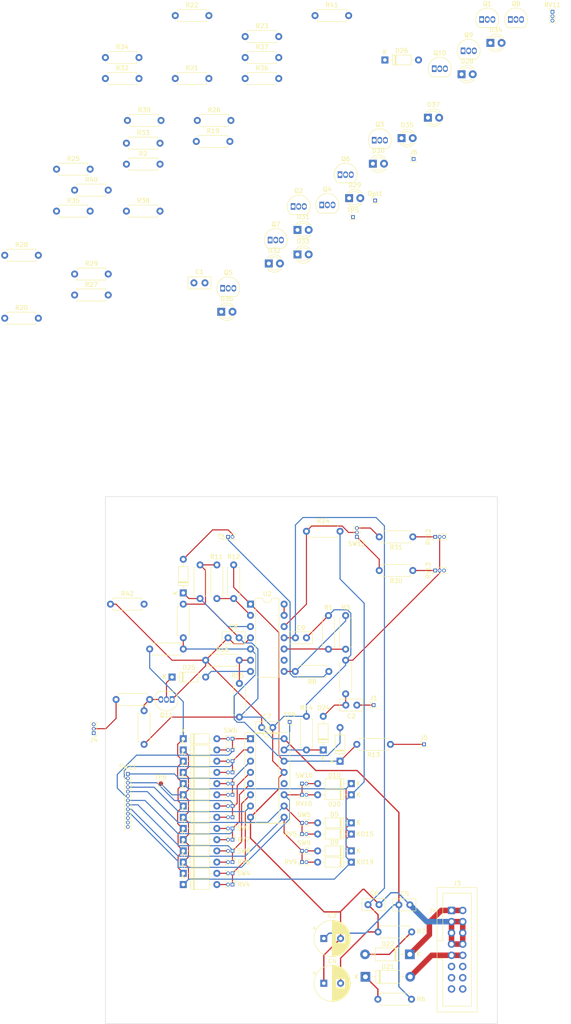
<source format=kicad_pcb>
(kicad_pcb (version 20211014) (generator pcbnew)

  (general
    (thickness 1.6)
  )

  (paper "A4")
  (title_block
    (title "Unseen Servant (Baby 10 Seq)")
  )

  (layers
    (0 "F.Cu" signal)
    (31 "B.Cu" signal)
    (32 "B.Adhes" user "B.Adhesive")
    (33 "F.Adhes" user "F.Adhesive")
    (34 "B.Paste" user)
    (35 "F.Paste" user)
    (36 "B.SilkS" user "B.Silkscreen")
    (37 "F.SilkS" user "F.Silkscreen")
    (38 "B.Mask" user)
    (39 "F.Mask" user)
    (40 "Dwgs.User" user "User.Drawings")
    (41 "Cmts.User" user "User.Comments")
    (42 "Eco1.User" user "User.Eco1")
    (43 "Eco2.User" user "User.Eco2")
    (44 "Edge.Cuts" user)
    (45 "Margin" user)
    (46 "B.CrtYd" user "B.Courtyard")
    (47 "F.CrtYd" user "F.Courtyard")
    (48 "B.Fab" user)
    (49 "F.Fab" user)
    (50 "User.1" user)
    (51 "User.2" user)
    (52 "User.3" user)
    (53 "User.4" user)
    (54 "User.5" user)
    (55 "User.6" user)
    (56 "User.7" user)
    (57 "User.8" user)
    (58 "User.9" user)
  )

  (setup
    (stackup
      (layer "F.SilkS" (type "Top Silk Screen"))
      (layer "F.Paste" (type "Top Solder Paste"))
      (layer "F.Mask" (type "Top Solder Mask") (thickness 0.01))
      (layer "F.Cu" (type "copper") (thickness 0.035))
      (layer "dielectric 1" (type "core") (thickness 1.51) (material "FR4") (epsilon_r 4.5) (loss_tangent 0.02))
      (layer "B.Cu" (type "copper") (thickness 0.035))
      (layer "B.Mask" (type "Bottom Solder Mask") (thickness 0.01))
      (layer "B.Paste" (type "Bottom Solder Paste"))
      (layer "B.SilkS" (type "Bottom Silk Screen"))
      (copper_finish "None")
      (dielectric_constraints no)
    )
    (pad_to_mask_clearance 0)
    (pcbplotparams
      (layerselection 0x00010fc_ffffffff)
      (disableapertmacros false)
      (usegerberextensions false)
      (usegerberattributes true)
      (usegerberadvancedattributes true)
      (creategerberjobfile true)
      (svguseinch false)
      (svgprecision 6)
      (excludeedgelayer true)
      (plotframeref false)
      (viasonmask false)
      (mode 1)
      (useauxorigin false)
      (hpglpennumber 1)
      (hpglpenspeed 20)
      (hpglpendiameter 15.000000)
      (dxfpolygonmode true)
      (dxfimperialunits true)
      (dxfusepcbnewfont true)
      (psnegative false)
      (psa4output false)
      (plotreference true)
      (plotvalue true)
      (plotinvisibletext false)
      (sketchpadsonfab false)
      (subtractmaskfromsilk false)
      (outputformat 1)
      (mirror false)
      (drillshape 1)
      (scaleselection 1)
      (outputdirectory "")
    )
  )

  (net 0 "")
  (net 1 "Net-(TP5-Pad1)")
  (net 2 "GND")
  (net 3 "Net-(C2-Pad1)")
  (net 4 "Net-(C2-Pad2)")
  (net 5 "+12V")
  (net 6 "-12V")
  (net 7 "Net-(D1-Pad1)")
  (net 8 "Net-(D1-Pad2)")
  (net 9 "Net-(D2-Pad2)")
  (net 10 "Net-(D3-Pad2)")
  (net 11 "Net-(D4-Pad2)")
  (net 12 "Net-(D5-Pad2)")
  (net 13 "Net-(D6-Pad2)")
  (net 14 "Net-(D7-Pad2)")
  (net 15 "Net-(D8-Pad2)")
  (net 16 "Net-(D9-Pad2)")
  (net 17 "Net-(D10-Pad2)")
  (net 18 "Net-(D13-Pad2)")
  (net 19 "Net-(D16-Pad2)")
  (net 20 "Net-(D17-Pad2)")
  (net 21 "Net-(D18-Pad2)")
  (net 22 "Net-(D19-Pad2)")
  (net 23 "Net-(D20-Pad2)")
  (net 24 "Net-(D21-Pad1)")
  (net 25 "Net-(D21-Pad2)")
  (net 26 "Net-(D22-Pad1)")
  (net 27 "Net-(D22-Pad2)")
  (net 28 "Net-(U2-Pad3)")
  (net 29 "Net-(D23-Pad2)")
  (net 30 "Net-(TP9-Pad1)")
  (net 31 "Net-(D25-Pad1)")
  (net 32 "Net-(U2-Pad7)")
  (net 33 "Net-(D26-Pad2)")
  (net 34 "Net-(U2-Pad1)")
  (net 35 "Net-(U2-Pad5)")
  (net 36 "Net-(Q1-Pad3)")
  (net 37 "Net-(D28-Pad2)")
  (net 38 "Net-(Q2-Pad3)")
  (net 39 "Net-(D29-Pad2)")
  (net 40 "Net-(Q3-Pad3)")
  (net 41 "Net-(D30-Pad2)")
  (net 42 "Net-(Q4-Pad3)")
  (net 43 "Net-(D31-Pad2)")
  (net 44 "Net-(Q5-Pad3)")
  (net 45 "Net-(D32-Pad2)")
  (net 46 "Net-(Q6-Pad3)")
  (net 47 "Net-(D33-Pad2)")
  (net 48 "Net-(Q7-Pad3)")
  (net 49 "Net-(D34-Pad2)")
  (net 50 "Net-(Q8-Pad3)")
  (net 51 "Net-(D35-Pad2)")
  (net 52 "Net-(Q9-Pad3)")
  (net 53 "Net-(D36-Pad2)")
  (net 54 "Net-(Q10-Pad3)")
  (net 55 "Net-(D37-Pad2)")
  (net 56 "unconnected-(J3-Pad11)")
  (net 57 "unconnected-(J3-Pad12)")
  (net 58 "unconnected-(J3-Pad13)")
  (net 59 "unconnected-(J3-Pad14)")
  (net 60 "unconnected-(J3-Pad15)")
  (net 61 "unconnected-(J3-Pad16)")
  (net 62 "Net-(J4-PadTN)")
  (net 63 "Net-(Q1-Pad2)")
  (net 64 "Net-(Q2-Pad2)")
  (net 65 "Net-(Q3-Pad2)")
  (net 66 "Net-(Q4-Pad2)")
  (net 67 "Net-(Q5-Pad2)")
  (net 68 "Net-(Q6-Pad2)")
  (net 69 "Net-(Q7-Pad2)")
  (net 70 "Net-(Q8-Pad2)")
  (net 71 "Net-(Q9-Pad2)")
  (net 72 "Net-(Q10-Pad2)")
  (net 73 "Net-(Q11-Pad3)")
  (net 74 "Net-(U2-Pad10)")
  (net 75 "Net-(R2-Pad1)")
  (net 76 "Net-(U2-Pad8)")
  (net 77 "Net-(J4-PadT)")
  (net 78 "Net-(J2-PadTN)")
  (net 79 "Net-(U2-Pad2)")
  (net 80 "Net-(J5-PadT)")
  (net 81 "Net-(U2-Pad6)")
  (net 82 "Net-(U2-Pad12)")
  (net 83 "Net-(R30-Pad1)")
  (net 84 "Net-(R30-Pad2)")
  (net 85 "Net-(R31-Pad1)")
  (net 86 "Net-(R31-Pad2)")
  (net 87 "Net-(RV6-Pad1)")
  (net 88 "Net-(RV7-Pad1)")
  (net 89 "Net-(RV8-Pad1)")
  (net 90 "Net-(RV9-Pad1)")
  (net 91 "Net-(J6-PadT)")
  (net 92 "unconnected-(RV12-Pad3)")
  (net 93 "unconnected-(RV13-Pad3)")
  (net 94 "unconnected-(SW11-Pad11)")
  (net 95 "unconnected-(SW11-Pad12)")
  (net 96 "unconnected-(U1-Pad12)")
  (net 97 "Net-(U2-Pad13)")
  (net 98 "Net-(RV1-Pad2)")
  (net 99 "Net-(D16-Pad1)")
  (net 100 "Net-(RV2-Pad2)")
  (net 101 "Net-(RV4-Pad2)")
  (net 102 "Net-(RV5-Pad2)")
  (net 103 "Net-(R19-Pad2)")
  (net 104 "Net-(R20-Pad2)")
  (net 105 "Net-(R21-Pad2)")
  (net 106 "Net-(R22-Pad2)")
  (net 107 "Net-(R23-Pad2)")
  (net 108 "Net-(R36-Pad2)")

  (footprint "Capacitor_THT:C_Disc_D5.0mm_W2.5mm_P2.50mm" (layer "F.Cu") (at 100.970728 113.812851))

  (footprint "Resistor_THT:R_Axial_DIN0207_L6.3mm_D2.5mm_P7.62mm_Horizontal" (layer "F.Cu") (at 81.955 -87.57))

  (footprint "LED_THT:LED_D3.0mm_IRBlack" (layer "F.Cu") (at 89.685 -46.23))

  (footprint "Resistor_THT:R_Axial_DIN0207_L6.3mm_D2.5mm_P7.62mm_Horizontal" (layer "F.Cu") (at 43.18 77.47 90))

  (footprint "TestPoint:TestPoint_Pad_D1.0mm" (layer "F.Cu") (at 46.99 86.36))

  (footprint "LED_THT:LED_D3.0mm_IRBlack" (layer "F.Cu") (at 107.565 -64.44))

  (footprint "Connector_PinHeader_1.00mm:PinHeader_1x02_P1.00mm_Vertical" (layer "F.Cu") (at 63.23 81.28 -90))

  (footprint "Connector_PinHeader_1.00mm:PinHeader_1x02_P1.00mm_Vertical" (layer "F.Cu") (at 79.01 97.79 90))

  (footprint "Resistor_THT:R_Axial_DIN0207_L6.3mm_D2.5mm_P7.62mm_Horizontal" (layer "F.Cu") (at 27.425 -29.04))

  (footprint "Diode_THT:D_DO-35_SOD27_P7.62mm_Horizontal" (layer "F.Cu") (at 87.63 81.28 90))

  (footprint "Package_TO_SOT_THT:TO-92_Inline" (layer "F.Cu") (at 76.975 -44.34))

  (footprint "Diode_THT:D_DO-35_SOD27_P7.62mm_Horizontal" (layer "F.Cu") (at 52.07 101.6))

  (footprint "Diode_THT:D_DO-35_SOD27_P7.62mm_Horizontal" (layer "F.Cu") (at 52.07 109.22))

  (footprint "Connector_PinHeader_1.00mm:PinHeader_1x02_P1.00mm_Vertical" (layer "F.Cu") (at 63.23 99.06 -90))

  (footprint "Connector_PinHeader_1.00mm:PinHeader_1x02_P1.00mm_Vertical" (layer "F.Cu") (at 79.01 86.36 90))

  (footprint "Diode_THT:D_DO-35_SOD27_P7.62mm_Horizontal" (layer "F.Cu") (at 52.07 91.44))

  (footprint "Connector_IDC:IDC-Header_2x08_P2.54mm_Vertical" (layer "F.Cu") (at 112.918228 115.082851))

  (footprint "Resistor_THT:R_Axial_DIN0207_L6.3mm_D2.5mm_P7.62mm_Horizontal" (layer "F.Cu") (at 27.425 -24.29))

  (footprint "Capacitor_THT:C_Disc_D5.0mm_W2.5mm_P2.50mm" (layer "F.Cu") (at 91.44 68.58 180))

  (footprint "Connector_PinHeader_1.00mm:PinHeader_1x02_P1.00mm_Vertical" (layer "F.Cu") (at 63.23 83.82 -90))

  (footprint "Connector_PinHeader_1.00mm:PinHeader_1x02_P1.00mm_Vertical" (layer "F.Cu") (at 63.23 88.9 -90))

  (footprint "Package_TO_SOT_THT:TO-92_Inline" (layer "F.Cu") (at 83.485 -44.69))

  (footprint "Diode_THT:D_DO-35_SOD27_P7.62mm_Horizontal" (layer "F.Cu") (at 49.53 62.23))

  (footprint "LED_THT:LED_D3.0mm_IRBlack" (layer "F.Cu") (at 115.185 -74.28))

  (footprint "Package_TO_SOT_THT:TO-92_Inline" (layer "F.Cu") (at 115.535 -79.59))

  (footprint "Diode_THT:D_DO-35_SOD27_P7.62mm_Horizontal" (layer "F.Cu") (at 52.07 99.06))

  (footprint "Connector_PinHeader_1.00mm:PinHeader_1x03_P1.00mm_Vertical" (layer "F.Cu") (at 135.815 -88.42))

  (footprint "LED_THT:LED_D3.0mm_IRBlack" (layer "F.Cu") (at 60.695 -20.5))

  (footprint "Connector_PinHeader_1.00mm:PinHeader_1x02_P1.00mm_Vertical" (layer "F.Cu") (at 63.23 93.98 -90))

  (footprint "Resistor_THT:R_Axial_DIN0207_L6.3mm_D2.5mm_P7.62mm_Horizontal" (layer "F.Cu") (at 23.325 -52.79))

  (footprint "Resistor_THT:R_Axial_DIN0207_L6.3mm_D2.5mm_P7.62mm_Horizontal" (layer "F.Cu") (at 50.255 -87.57))

  (footprint "Connector_PinHeader_1.00mm:PinHeader_1x02_P1.00mm_Vertical" (layer "F.Cu") (at 63.23 109.22 -90))

  (footprint "Resistor_THT:R_Axial_DIN0207_L6.3mm_D2.5mm_P7.62mm_Horizontal" (layer "F.Cu") (at 55.025 -59.07))

  (footprint "Resistor_THT:R_Axial_DIN0207_L6.3mm_D2.5mm_P7.62mm_Horizontal" (layer "F.Cu") (at 59.69 36.83 -90))

  (footprint "Diode_THT:D_DO-35_SOD27_P7.62mm_Horizontal" (layer "F.Cu") (at 52.07 78.74))

  (footprint "Resistor_THT:R_Axial_DIN0207_L6.3mm_D2.5mm_P7.62mm_Horizontal" (layer "F.Cu") (at 36.83 67.31))

  (footprint "Connector_PinHeader_1.00mm:PinHeader_1x01_P1.00mm_Vertical" (layer "F.Cu") (at 106.68 77.47))

  (footprint "Connector_PinHeader_1.00mm:PinHeader_1x02_P1.00mm_Vertical" (layer "F.Cu") (at 63.23 78.74 -90))

  (footprint "Connector_PinHeader_1.00mm:PinHeader_1x03_P1.00mm_Vertical" (layer "F.Cu") (at 109.22 38.1 90))

  (footprint "LED_THT:LED_D3.0mm_IRBlack" (layer "F.Cu") (at 101.575 -59.82))

  (footprint "Diode_THT:D_DO-35_SOD27_P7.62mm_Horizontal" (layer "F.Cu") (at 52.07 106.68))

  (footprint "Capacitor_THT:C_Disc_D5.0mm_W2.5mm_P2.50mm" (layer "F.Cu") (at 54.495 -27.04))

  (footprint "Connector_PinHeader_1.00mm:PinHeader_1x01_P1.00mm_Vertical" (layer "F.Cu") (at 95.25 68.58))

  (footprint "Capacitor_THT:CP_Radial_D8.0mm_P3.80mm" (layer "F.Cu") (at 83.950309 131.572851))

  (footprint "Connector_PinHeader_1.00mm:PinHeader_1x01_P1.00mm_Vertical" (layer "F.Cu") (at 104.315 -55.09))

  (footprint "Connector_PinHeader_1.00mm:PinHeader_1x02_P1.00mm_Vertical" (layer "F.Cu")
    (tedit 59FED738) (tstamp 5bcec0c3-9d13-42a4-acc2-acfd2c2efc4b)
    (at 79.01 101.6 90)
    (descr "Through hole straight pin header, 1x02, 1.00mm pitch, single row")
    (tags "Through hole pin header THT 1x02 1.00mm single row")
    (property "Sheetfile" "Unseen Servant.kicad_sch")
    (property "Sheetname" "")
    (path "/ab88720e-19c2-42ce-bc5f-313970ca6107")
    (attr through_hole)
    (fp_text reference "SW9" (at 1.8 0.431648 180) (layer "F.SilkS")
      (effects (font (size 1 1) (thickness 0.15)))
      (tstamp 6d234e17-92d9-4260-8b5e-0002e5ca4e01)
    )
    (fp_text value "SW_SPDT" (at 0 2.56 90) (layer "F.Fab") hide
      (effects (font (size 1 1) (thickness 0.15)))
      (tstamp 6745b7dc-717d-4eef-ba8d-adc78c83492c)
    )
    (fp_text user "${REFERENCE}" (at 0 0.5) (layer "F.Fab")
      (effects (font (size 0.76 0.76) (thickness 0.114)))
      (tstamp 26345ca5-8471-4a03-a4a9-684534da088c)
    )
    (fp_line (start -0.695 1.56) (end -0.394493 1.56) (layer "F.SilkS") (width 0.12) (tstamp 29836199-dd3f-47a5-9f62-ce65909eab4f))
    (fp_line (start -0.695 0.685) (end -0.608276 0.685) (layer "F.SilkS") (width 0.12) (tstamp 4525ff8e-ffe2-4bb9-9219-ed754840c86b))
    (fp_line (start -0.695 0.685) (end -0.695 1.56) (layer "F.SilkS") (width 0.12) (tstamp 77ecff18-e819-44f1-860a-64b924d79ca5))
    (fp_line (start -0.695 0) (end -0.695 -0.685) (layer "F.SilkS") (width 0.12) (tstamp 86fcefa7-778b-418b-93fb-e9c60db90a5d))
    (fp_line (start 0.608276 0.685) (end 0.695 0.685) (layer "F.SilkS") (width 0.12) (tstamp ab2d6876-562c-4f2c-ba56-b61cecf0127e))
    (fp_line (start 0.394493 1.56) (end 0.695 1.56) (layer "F.SilkS") (width 0.12) (tstamp b887cb79-21f7-4a8c-a273-5d3eca12ea6b))
    (fp_line (start -0.695 -0.685) (end 0 -0.685) (layer "F.SilkS") (width 0.12) (tstamp cde6520d-e29d-4415-a1ca-558042895344))
    (fp_line (start 0.695 0.685) (end 0.695 1.56) (layer "F.SilkS") (width 0.12) (tstamp e79ac517-b629-47c7-a8a7-4c042149813d))
    (fp_line (start -1.15 2) (end 1.15 2) (layer "F.CrtYd") (width 0.05) (tstamp 989bb829-5088-4fe5-865e-94e7281b58e6))
    (fp_line (start 1.15 -1) (end -1.15 -1) (layer "F.CrtYd") (width 0.05) (tstamp 99d7ec99-2244-496a-b2ff-d9b0718fcea0))
    (fp_line (start -1.15 -1) (end -1.15 2) (layer "F.CrtYd") (width 0.05) (tstamp 9e88a642-5af6-47bd-a2e1-2f47fc51ccd8))
    (fp_line (start 1.15 2) (end 1.15 -1) (layer "F.CrtYd") (width 0.05) (tstamp c2f02b9a-8b0a-45ad-b833-ae40d83c0d9d))
    (fp_line (start -0.635 1.5) (end -0.635 -0.1825) (layer "F.Fab") (width 0.1) (tstamp 5a31b8a4-b848-4b0d-8d28-8ab8dad50d19))
    (fp_line (start -0.635 -0.1825) (end -0.3175 -0.5) (layer "F.Fab") (width 0.1) (tstamp 848285c2-a00e-4203-bd00-abd0658f9ffd))
    (fp_line (start 0.635 1.5) (end -0.635 1.5) (layer "F.Fab") (width 0.1) (tstamp 86ec9df0-b607-4ff7-ba5a-dd914b5e53b6))
    (fp_line (start -0.3175 -0.5) (end 0.635 -0.5) (layer "F.Fab") (width 0.1) (tstamp a1ce6360-5ac9-4407-ac78-05944ebd0225))
    (fp_line (start 0.635 -0.5) (end 0.635 1.5) (layer "F.Fab") (width 0.1) (tstamp f20fdac0-8e8e-4548-a43a-79be4123ae01))
    (pad "1" thru_hole rect (at 0 0 90) (size 0.85 0.85) (drill 0.5) (layers *.Cu *.Mask)
      (net 90 "Net-(RV9-Pad1)") (pinfunction "A") (pintype "passive") (tstamp dd17eb1d-ef87-4710-bf50-9f339472d96d))
    (pad "2" thru_hole oval (at 0 1 90) (size 0.85 0.85) (drill 0.5) (layers *.Cu *.Mask)
      (net 16 "Net-(D9-Pad2)") (pinfunction "B") (pintype "passive") (tstamp e1c431b4-9023-4326-b052-ed3381366b1e))
    (model "$
... [421467 chars truncated]
</source>
